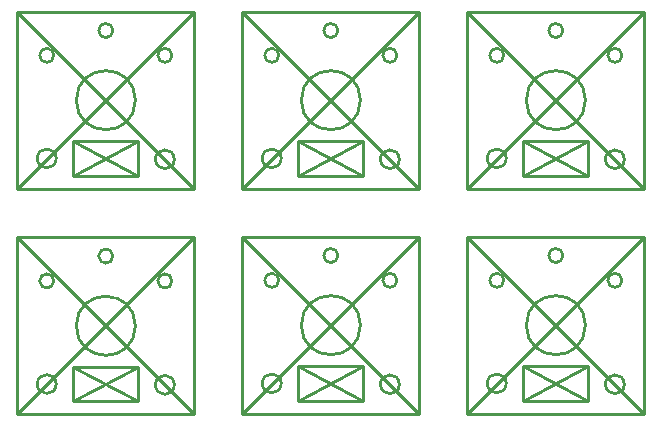
<source format=gbr>
G04 #@! TF.GenerationSoftware,KiCad,Pcbnew,(5.1.5-0-10_14)*
G04 #@! TF.CreationDate,2020-10-11T12:28:21+03:00*
G04 #@! TF.ProjectId,LogiMech,4c6f6769-4d65-4636-982e-6b696361645f,rev?*
G04 #@! TF.SameCoordinates,Original*
G04 #@! TF.FileFunction,Other,ECO1*
%FSLAX46Y46*%
G04 Gerber Fmt 4.6, Leading zero omitted, Abs format (unit mm)*
G04 Created by KiCad (PCBNEW (5.1.5-0-10_14)) date 2020-10-11 12:28:21*
%MOMM*%
%LPD*%
G04 APERTURE LIST*
%ADD10C,0.250000*%
G04 APERTURE END LIST*
D10*
X102037500Y-87750000D02*
X117037500Y-102750000D01*
X102037500Y-102750000D02*
X117037500Y-87750000D01*
X117037500Y-102750000D02*
X102037500Y-102750000D01*
X117037500Y-87750000D02*
X117037500Y-102750000D01*
X102037500Y-87750000D02*
X117037500Y-87750000D01*
X102037500Y-102750000D02*
X102037500Y-87750000D01*
X115137500Y-91450000D02*
G75*
G03X115137500Y-91450000I-600000J0D01*
G01*
X105337500Y-100180000D02*
G75*
G03X105337500Y-100180000I-800000J0D01*
G01*
X110137500Y-89350000D02*
G75*
G03X110137500Y-89350000I-600000J0D01*
G01*
X105137499Y-91450000D02*
G75*
G03X105137499Y-91450000I-599999J0D01*
G01*
X115337500Y-100250000D02*
G75*
G03X115337500Y-100250000I-800000J0D01*
G01*
X106787500Y-101655000D02*
X112287500Y-98704999D01*
X106787500Y-98704999D02*
X112287500Y-101655000D01*
X112287500Y-98704999D02*
X106787500Y-98704999D01*
X112287500Y-101655000D02*
X112287500Y-98704999D01*
X106787500Y-101655000D02*
X112287500Y-101655000D01*
X106787500Y-98704999D02*
X106787500Y-101655000D01*
X112037500Y-95250000D02*
G75*
G03X112037500Y-95250000I-2500000J0D01*
G01*
X112037500Y-76149200D02*
G75*
G03X112037500Y-76149200I-2500000J0D01*
G01*
X106787500Y-79604199D02*
X106787500Y-82554200D01*
X106787500Y-82554200D02*
X112287500Y-82554200D01*
X112287500Y-82554200D02*
X112287500Y-79604199D01*
X112287500Y-79604199D02*
X106787500Y-79604199D01*
X106787500Y-79604199D02*
X112287500Y-82554200D01*
X106787500Y-82554200D02*
X112287500Y-79604199D01*
X115337500Y-81149200D02*
G75*
G03X115337500Y-81149200I-800000J0D01*
G01*
X105137499Y-72349200D02*
G75*
G03X105137499Y-72349200I-599999J0D01*
G01*
X110137500Y-70249200D02*
G75*
G03X110137500Y-70249200I-600000J0D01*
G01*
X105337500Y-81079200D02*
G75*
G03X105337500Y-81079200I-800000J0D01*
G01*
X115137500Y-72349200D02*
G75*
G03X115137500Y-72349200I-600000J0D01*
G01*
X102037500Y-83649200D02*
X102037500Y-68649200D01*
X102037500Y-68649200D02*
X117037500Y-68649200D01*
X117037500Y-68649200D02*
X117037500Y-83649200D01*
X117037500Y-83649200D02*
X102037500Y-83649200D01*
X102037500Y-83649200D02*
X117037500Y-68649200D01*
X102037500Y-68649200D02*
X117037500Y-83649200D01*
X121087500Y-87699200D02*
X136087500Y-102699200D01*
X121087500Y-102699200D02*
X136087500Y-87699200D01*
X136087500Y-102699200D02*
X121087500Y-102699200D01*
X136087500Y-87699200D02*
X136087500Y-102699200D01*
X121087500Y-87699200D02*
X136087500Y-87699200D01*
X121087500Y-102699200D02*
X121087500Y-87699200D01*
X134187500Y-91399200D02*
G75*
G03X134187500Y-91399200I-600000J0D01*
G01*
X124387500Y-100129200D02*
G75*
G03X124387500Y-100129200I-800000J0D01*
G01*
X129187500Y-89299200D02*
G75*
G03X129187500Y-89299200I-600000J0D01*
G01*
X124187499Y-91399200D02*
G75*
G03X124187499Y-91399200I-599999J0D01*
G01*
X134387500Y-100199200D02*
G75*
G03X134387500Y-100199200I-800000J0D01*
G01*
X125837500Y-101604200D02*
X131337500Y-98654199D01*
X125837500Y-98654199D02*
X131337500Y-101604200D01*
X131337500Y-98654199D02*
X125837500Y-98654199D01*
X131337500Y-101604200D02*
X131337500Y-98654199D01*
X125837500Y-101604200D02*
X131337500Y-101604200D01*
X125837500Y-98654199D02*
X125837500Y-101604200D01*
X131087500Y-95199200D02*
G75*
G03X131087500Y-95199200I-2500000J0D01*
G01*
X131087500Y-76149200D02*
G75*
G03X131087500Y-76149200I-2500000J0D01*
G01*
X125837500Y-79604199D02*
X125837500Y-82554200D01*
X125837500Y-82554200D02*
X131337500Y-82554200D01*
X131337500Y-82554200D02*
X131337500Y-79604199D01*
X131337500Y-79604199D02*
X125837500Y-79604199D01*
X125837500Y-79604199D02*
X131337500Y-82554200D01*
X125837500Y-82554200D02*
X131337500Y-79604199D01*
X134387500Y-81149200D02*
G75*
G03X134387500Y-81149200I-800000J0D01*
G01*
X124187499Y-72349200D02*
G75*
G03X124187499Y-72349200I-599999J0D01*
G01*
X129187500Y-70249200D02*
G75*
G03X129187500Y-70249200I-600000J0D01*
G01*
X124387500Y-81079200D02*
G75*
G03X124387500Y-81079200I-800000J0D01*
G01*
X134187500Y-72349200D02*
G75*
G03X134187500Y-72349200I-600000J0D01*
G01*
X121087500Y-83649200D02*
X121087500Y-68649200D01*
X121087500Y-68649200D02*
X136087500Y-68649200D01*
X136087500Y-68649200D02*
X136087500Y-83649200D01*
X136087500Y-83649200D02*
X121087500Y-83649200D01*
X121087500Y-83649200D02*
X136087500Y-68649200D01*
X121087500Y-68649200D02*
X136087500Y-83649200D01*
X140137500Y-87699200D02*
X155137500Y-102699200D01*
X140137500Y-102699200D02*
X155137500Y-87699200D01*
X155137500Y-102699200D02*
X140137500Y-102699200D01*
X155137500Y-87699200D02*
X155137500Y-102699200D01*
X140137500Y-87699200D02*
X155137500Y-87699200D01*
X140137500Y-102699200D02*
X140137500Y-87699200D01*
X153237500Y-91399200D02*
G75*
G03X153237500Y-91399200I-600000J0D01*
G01*
X143437500Y-100129200D02*
G75*
G03X143437500Y-100129200I-800000J0D01*
G01*
X148237500Y-89299200D02*
G75*
G03X148237500Y-89299200I-600000J0D01*
G01*
X143237499Y-91399200D02*
G75*
G03X143237499Y-91399200I-599999J0D01*
G01*
X153437500Y-100199200D02*
G75*
G03X153437500Y-100199200I-800000J0D01*
G01*
X144887500Y-101604200D02*
X150387500Y-98654199D01*
X144887500Y-98654199D02*
X150387500Y-101604200D01*
X150387500Y-98654199D02*
X144887500Y-98654199D01*
X150387500Y-101604200D02*
X150387500Y-98654199D01*
X144887500Y-101604200D02*
X150387500Y-101604200D01*
X144887500Y-98654199D02*
X144887500Y-101604200D01*
X150137500Y-95199200D02*
G75*
G03X150137500Y-95199200I-2500000J0D01*
G01*
X150137500Y-76149200D02*
G75*
G03X150137500Y-76149200I-2500000J0D01*
G01*
X144887500Y-79604199D02*
X144887500Y-82554200D01*
X144887500Y-82554200D02*
X150387500Y-82554200D01*
X150387500Y-82554200D02*
X150387500Y-79604199D01*
X150387500Y-79604199D02*
X144887500Y-79604199D01*
X144887500Y-79604199D02*
X150387500Y-82554200D01*
X144887500Y-82554200D02*
X150387500Y-79604199D01*
X153437500Y-81149200D02*
G75*
G03X153437500Y-81149200I-800000J0D01*
G01*
X143237499Y-72349200D02*
G75*
G03X143237499Y-72349200I-599999J0D01*
G01*
X148237500Y-70249200D02*
G75*
G03X148237500Y-70249200I-600000J0D01*
G01*
X143437500Y-81079200D02*
G75*
G03X143437500Y-81079200I-800000J0D01*
G01*
X153237500Y-72349200D02*
G75*
G03X153237500Y-72349200I-600000J0D01*
G01*
X140137500Y-83649200D02*
X140137500Y-68649200D01*
X140137500Y-68649200D02*
X155137500Y-68649200D01*
X155137500Y-68649200D02*
X155137500Y-83649200D01*
X155137500Y-83649200D02*
X140137500Y-83649200D01*
X140137500Y-83649200D02*
X155137500Y-68649200D01*
X140137500Y-68649200D02*
X155137500Y-83649200D01*
M02*

</source>
